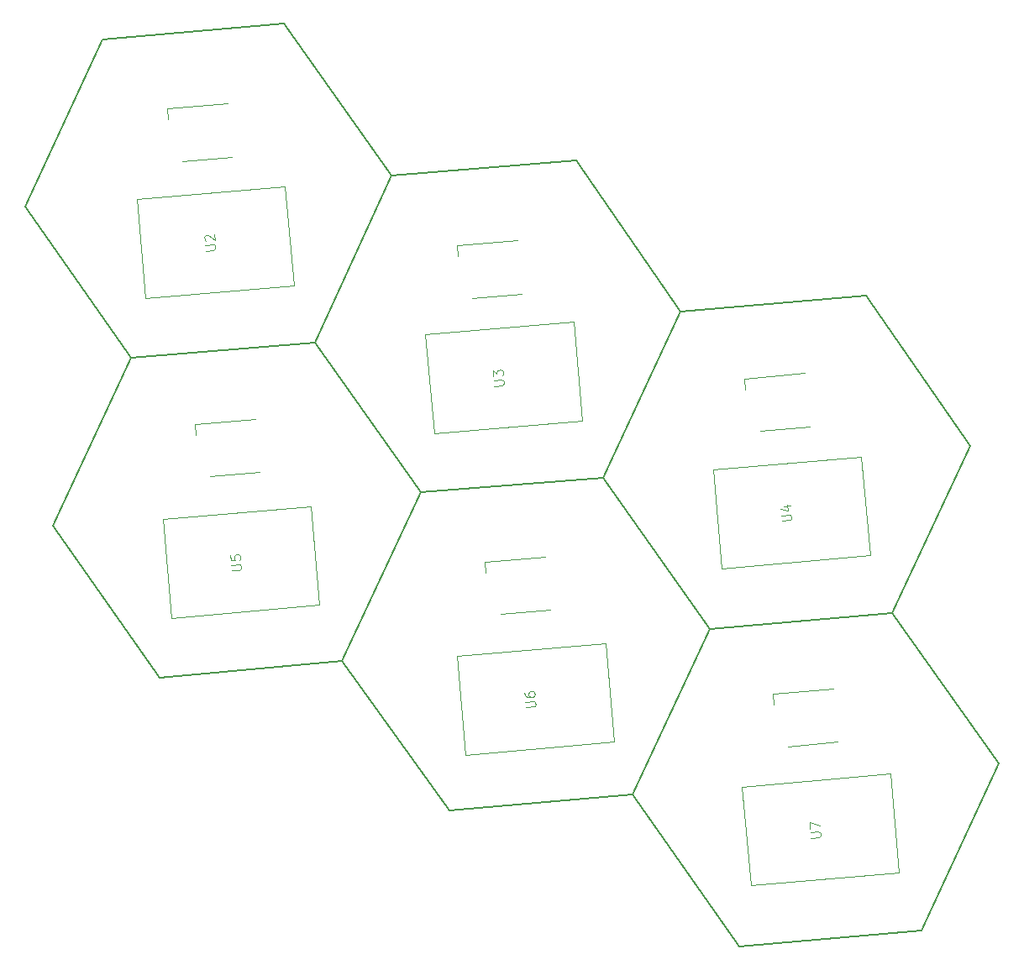
<source format=gbr>
%TF.GenerationSoftware,KiCad,Pcbnew,7.0.10-7.0.10~ubuntu22.04.1*%
%TF.CreationDate,2025-04-20T12:02:29+07:00*%
%TF.ProjectId,catan100,63617461-6e31-4303-902e-6b696361645f,rev?*%
%TF.SameCoordinates,Original*%
%TF.FileFunction,Legend,Top*%
%TF.FilePolarity,Positive*%
%FSLAX46Y46*%
G04 Gerber Fmt 4.6, Leading zero omitted, Abs format (unit mm)*
G04 Created by KiCad (PCBNEW 7.0.10-7.0.10~ubuntu22.04.1) date 2025-04-20 12:02:29*
%MOMM*%
%LPD*%
G01*
G04 APERTURE LIST*
%ADD10C,0.150000*%
%ADD11C,0.100000*%
%ADD12C,0.120000*%
G04 APERTURE END LIST*
D10*
X177333792Y-103443699D02*
X185288303Y-86420439D01*
X217386755Y-132158934D02*
X235760205Y-130555255D01*
X145432096Y-57576192D02*
X156131113Y-72826489D01*
X185288303Y-86420439D02*
X203700066Y-84933998D01*
X230162915Y-66547021D02*
X211462892Y-68215893D01*
X156131113Y-72826489D02*
X148247425Y-89756168D01*
X235760205Y-130555255D02*
X243561877Y-113770567D01*
X174669682Y-71279840D02*
X182312020Y-54509356D01*
X182312020Y-54509356D02*
X171532267Y-39130805D01*
X171532267Y-39130805D02*
X153241294Y-40756131D01*
X240683989Y-81720525D02*
X230162915Y-66547021D01*
X243561877Y-113770567D02*
X232833005Y-98576910D01*
X206640877Y-116838896D02*
X217386755Y-132158934D01*
X188237362Y-118496103D02*
X177333792Y-103443699D01*
X156131113Y-72826489D02*
X174669682Y-71279840D01*
X203700066Y-84933998D02*
X211462892Y-68215893D01*
X206640877Y-116838896D02*
X188237362Y-118496103D01*
X211462892Y-68215893D02*
X200972536Y-52919098D01*
X232833005Y-98576910D02*
X240683989Y-81720525D01*
X214428417Y-100192959D02*
X206640877Y-116838896D01*
X200972536Y-52919098D02*
X182312020Y-54509356D01*
X214428417Y-100192959D02*
X232833005Y-98576910D01*
X158949621Y-105074810D02*
X177333792Y-103443699D01*
X174669682Y-71279840D02*
X185288303Y-86420439D01*
X153241294Y-40756131D02*
X145432096Y-57576192D01*
X158949621Y-105074810D02*
X148247425Y-89756168D01*
X203700066Y-84933998D02*
X214428417Y-100192959D01*
D11*
X221699185Y-89288125D02*
X222505628Y-89217570D01*
X222505628Y-89217570D02*
X222596353Y-89161832D01*
X222596353Y-89161832D02*
X222639641Y-89110244D01*
X222639641Y-89110244D02*
X222678778Y-89011218D01*
X222678778Y-89011218D02*
X222662177Y-88821467D01*
X222662177Y-88821467D02*
X222606439Y-88730741D01*
X222606439Y-88730741D02*
X222554851Y-88687454D01*
X222554851Y-88687454D02*
X222455825Y-88648316D01*
X222455825Y-88648316D02*
X221649381Y-88718871D01*
X221902591Y-87788500D02*
X222566721Y-87730396D01*
X221543840Y-88058891D02*
X222276159Y-88233827D01*
X222276159Y-88233827D02*
X222222205Y-87617135D01*
X195899185Y-108088125D02*
X196705628Y-108017570D01*
X196705628Y-108017570D02*
X196796353Y-107961832D01*
X196796353Y-107961832D02*
X196839641Y-107910244D01*
X196839641Y-107910244D02*
X196878778Y-107811218D01*
X196878778Y-107811218D02*
X196862177Y-107621467D01*
X196862177Y-107621467D02*
X196806439Y-107530741D01*
X196806439Y-107530741D02*
X196754851Y-107487454D01*
X196754851Y-107487454D02*
X196655825Y-107448316D01*
X196655825Y-107448316D02*
X195849381Y-107518871D01*
X195770526Y-106617552D02*
X195787127Y-106807303D01*
X195787127Y-106807303D02*
X195842866Y-106898029D01*
X195842866Y-106898029D02*
X195894454Y-106941316D01*
X195894454Y-106941316D02*
X196045068Y-107023741D01*
X196045068Y-107023741D02*
X196238969Y-107054578D01*
X196238969Y-107054578D02*
X196618472Y-107021376D01*
X196618472Y-107021376D02*
X196709198Y-106965637D01*
X196709198Y-106965637D02*
X196752485Y-106914049D01*
X196752485Y-106914049D02*
X196791622Y-106815023D01*
X196791622Y-106815023D02*
X196775021Y-106625272D01*
X196775021Y-106625272D02*
X196719283Y-106534546D01*
X196719283Y-106534546D02*
X196667695Y-106491259D01*
X196667695Y-106491259D02*
X196568669Y-106452122D01*
X196568669Y-106452122D02*
X196331480Y-106472873D01*
X196331480Y-106472873D02*
X196240754Y-106528611D01*
X196240754Y-106528611D02*
X196197467Y-106580199D01*
X196197467Y-106580199D02*
X196158329Y-106679225D01*
X196158329Y-106679225D02*
X196174931Y-106868977D01*
X196174931Y-106868977D02*
X196230669Y-106959702D01*
X196230669Y-106959702D02*
X196282257Y-107002990D01*
X196282257Y-107002990D02*
X196381283Y-107042127D01*
X224629520Y-121266749D02*
X225435963Y-121196194D01*
X225435963Y-121196194D02*
X225526688Y-121140456D01*
X225526688Y-121140456D02*
X225569976Y-121088868D01*
X225569976Y-121088868D02*
X225609113Y-120989842D01*
X225609113Y-120989842D02*
X225592512Y-120800091D01*
X225592512Y-120800091D02*
X225536774Y-120709365D01*
X225536774Y-120709365D02*
X225485186Y-120666078D01*
X225485186Y-120666078D02*
X225386160Y-120626940D01*
X225386160Y-120626940D02*
X224579716Y-120697495D01*
X224546514Y-120317992D02*
X224488410Y-119653862D01*
X224488410Y-119653862D02*
X225521957Y-119993647D01*
X163627791Y-62049872D02*
X164434234Y-61979317D01*
X164434234Y-61979317D02*
X164524959Y-61923579D01*
X164524959Y-61923579D02*
X164568247Y-61871991D01*
X164568247Y-61871991D02*
X164607384Y-61772965D01*
X164607384Y-61772965D02*
X164590783Y-61583214D01*
X164590783Y-61583214D02*
X164535045Y-61492488D01*
X164535045Y-61492488D02*
X164483457Y-61449201D01*
X164483457Y-61449201D02*
X164384431Y-61410063D01*
X164384431Y-61410063D02*
X163577987Y-61480618D01*
X163635511Y-61045377D02*
X163583922Y-61002089D01*
X163583922Y-61002089D02*
X163528184Y-60911364D01*
X163528184Y-60911364D02*
X163507433Y-60674175D01*
X163507433Y-60674175D02*
X163546570Y-60575149D01*
X163546570Y-60575149D02*
X163589858Y-60523561D01*
X163589858Y-60523561D02*
X163680583Y-60467822D01*
X163680583Y-60467822D02*
X163775459Y-60459522D01*
X163775459Y-60459522D02*
X163921922Y-60494509D01*
X163921922Y-60494509D02*
X164540980Y-61013959D01*
X164540980Y-61013959D02*
X164487026Y-60397268D01*
X192699185Y-75688125D02*
X193505628Y-75617570D01*
X193505628Y-75617570D02*
X193596353Y-75561832D01*
X193596353Y-75561832D02*
X193639641Y-75510244D01*
X193639641Y-75510244D02*
X193678778Y-75411218D01*
X193678778Y-75411218D02*
X193662177Y-75221467D01*
X193662177Y-75221467D02*
X193606439Y-75130741D01*
X193606439Y-75130741D02*
X193554851Y-75087454D01*
X193554851Y-75087454D02*
X193455825Y-75048316D01*
X193455825Y-75048316D02*
X192649381Y-75118871D01*
X192616179Y-74739368D02*
X192562226Y-74122676D01*
X192562226Y-74122676D02*
X192970780Y-74421539D01*
X192970780Y-74421539D02*
X192958329Y-74279225D01*
X192958329Y-74279225D02*
X192997467Y-74180199D01*
X192997467Y-74180199D02*
X193040754Y-74128611D01*
X193040754Y-74128611D02*
X193131480Y-74072873D01*
X193131480Y-74072873D02*
X193368669Y-74052122D01*
X193368669Y-74052122D02*
X193467695Y-74091259D01*
X193467695Y-74091259D02*
X193519283Y-74134546D01*
X193519283Y-74134546D02*
X193575021Y-74225272D01*
X193575021Y-74225272D02*
X193599923Y-74509899D01*
X193599923Y-74509899D02*
X193560786Y-74608925D01*
X193560786Y-74608925D02*
X193517498Y-74660513D01*
X166235059Y-94297121D02*
X167041502Y-94226566D01*
X167041502Y-94226566D02*
X167132227Y-94170828D01*
X167132227Y-94170828D02*
X167175515Y-94119240D01*
X167175515Y-94119240D02*
X167214652Y-94020214D01*
X167214652Y-94020214D02*
X167198051Y-93830463D01*
X167198051Y-93830463D02*
X167142313Y-93739737D01*
X167142313Y-93739737D02*
X167090725Y-93696450D01*
X167090725Y-93696450D02*
X166991699Y-93657312D01*
X166991699Y-93657312D02*
X166185255Y-93727867D01*
X166102250Y-92779110D02*
X166143753Y-93253489D01*
X166143753Y-93253489D02*
X166622281Y-93259424D01*
X166622281Y-93259424D02*
X166570693Y-93216136D01*
X166570693Y-93216136D02*
X166514955Y-93125411D01*
X166514955Y-93125411D02*
X166494203Y-92888221D01*
X166494203Y-92888221D02*
X166533341Y-92789195D01*
X166533341Y-92789195D02*
X166576628Y-92737607D01*
X166576628Y-92737607D02*
X166667354Y-92681869D01*
X166667354Y-92681869D02*
X166904543Y-92661118D01*
X166904543Y-92661118D02*
X167003569Y-92700255D01*
X167003569Y-92700255D02*
X167055157Y-92743542D01*
X167055157Y-92743542D02*
X167110895Y-92834268D01*
X167110895Y-92834268D02*
X167131647Y-93071457D01*
X167131647Y-93071457D02*
X167092509Y-93170483D01*
X167092509Y-93170483D02*
X167049222Y-93222071D01*
%TO.C,U4*%
X230578633Y-92765558D02*
X215635712Y-94072895D01*
X215635712Y-94072895D02*
X214764155Y-84110948D01*
X214764155Y-84110948D02*
X229707076Y-82803611D01*
X229707076Y-82803611D02*
X230578633Y-92765558D01*
%TO.C,U6*%
X204778633Y-111565558D02*
X189835712Y-112872895D01*
X189835712Y-112872895D02*
X188964155Y-102910948D01*
X188964155Y-102910948D02*
X203907076Y-101603611D01*
X203907076Y-101603611D02*
X204778633Y-111565558D01*
D12*
%TO.C,D2*%
X188935676Y-61526740D02*
X195012463Y-60995090D01*
X189031547Y-62622554D02*
X188935676Y-61526740D01*
X195483104Y-66374541D02*
X190502131Y-66810320D01*
D11*
%TO.C,U7*%
X233508968Y-124744182D02*
X218566047Y-126051519D01*
X218566047Y-126051519D02*
X217694490Y-116089572D01*
X217694490Y-116089572D02*
X232637411Y-114782235D01*
X232637411Y-114782235D02*
X233508968Y-124744182D01*
%TO.C,U2*%
X172507239Y-65527305D02*
X157564318Y-66834642D01*
X157564318Y-66834642D02*
X156692761Y-56872695D01*
X156692761Y-56872695D02*
X171635682Y-55565358D01*
X171635682Y-55565358D02*
X172507239Y-65527305D01*
D12*
%TO.C,D6*%
X220778379Y-106726740D02*
X226855166Y-106195090D01*
X220874250Y-107822554D02*
X220778379Y-106726740D01*
X227325807Y-111574541D02*
X222344834Y-112010320D01*
%TO.C,D4*%
X162535676Y-79526740D02*
X168612463Y-78995090D01*
X162631547Y-80622554D02*
X162535676Y-79526740D01*
X169083104Y-84374541D02*
X164102131Y-84810320D01*
%TO.C,D1*%
X159735676Y-47726740D02*
X165812463Y-47195090D01*
X159831547Y-48822554D02*
X159735676Y-47726740D01*
X166283104Y-52574541D02*
X161302131Y-53010320D01*
D11*
%TO.C,U3*%
X201578633Y-79165558D02*
X186635712Y-80472895D01*
X186635712Y-80472895D02*
X185764155Y-70510948D01*
X185764155Y-70510948D02*
X200707076Y-69203611D01*
X200707076Y-69203611D02*
X201578633Y-79165558D01*
D12*
%TO.C,D5*%
X191778379Y-93424035D02*
X197855166Y-92892385D01*
X191874250Y-94519849D02*
X191778379Y-93424035D01*
X198325807Y-98271836D02*
X193344834Y-98707615D01*
D11*
%TO.C,U5*%
X175114507Y-97774554D02*
X160171586Y-99081891D01*
X160171586Y-99081891D02*
X159300029Y-89119944D01*
X159300029Y-89119944D02*
X174242950Y-87812607D01*
X174242950Y-87812607D02*
X175114507Y-97774554D01*
D12*
%TO.C,D3*%
X217935676Y-74926740D02*
X224012463Y-74395090D01*
X218031547Y-76022554D02*
X217935676Y-74926740D01*
X224483104Y-79774541D02*
X219502131Y-80210320D01*
%TD*%
M02*

</source>
